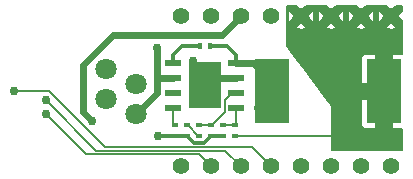
<source format=gtl>
G04 (created by PCBNEW (2013-jul-07)-stable) date Thu 09 Jan 2014 04:23:31 AM EST*
%MOIN*%
G04 Gerber Fmt 3.4, Leading zero omitted, Abs format*
%FSLAX34Y34*%
G01*
G70*
G90*
G04 APERTURE LIST*
%ADD10C,0.00590551*%
%ADD11R,0.0551X0.0236*%
%ADD12R,0.1102X0.1575*%
%ADD13R,0.0236X0.0157*%
%ADD14R,0.0157X0.0236*%
%ADD15R,0.11811X0.216535*%
%ADD16C,0.055*%
%ADD17C,0.0708661*%
%ADD18C,0.03*%
%ADD19C,0.006*%
%ADD20C,0.0240157*%
%ADD21C,0.0120079*%
%ADD22C,0.00787402*%
G04 APERTURE END LIST*
G54D10*
G54D11*
X82350Y-58550D03*
X80250Y-58550D03*
X82350Y-59050D03*
X82350Y-59550D03*
X82350Y-60050D03*
X80250Y-59050D03*
X80250Y-59550D03*
X80250Y-60050D03*
G54D12*
X81300Y-59300D03*
G54D13*
X81900Y-60623D03*
X81900Y-60977D03*
X82300Y-60977D03*
X82300Y-60623D03*
X80300Y-60623D03*
X80300Y-60977D03*
X81500Y-60623D03*
X81500Y-60977D03*
X80700Y-60623D03*
X80700Y-60977D03*
X81100Y-60623D03*
X81100Y-60977D03*
G54D14*
X81123Y-58000D03*
X81477Y-58000D03*
G54D15*
X83529Y-59500D03*
X87270Y-59500D03*
G54D16*
X80500Y-62000D03*
X81500Y-62000D03*
X82500Y-62000D03*
X83500Y-62000D03*
X84500Y-62000D03*
X85500Y-62000D03*
X86500Y-62000D03*
X87500Y-62000D03*
X87500Y-57000D03*
X86500Y-57000D03*
X85500Y-57000D03*
X84500Y-57000D03*
X83500Y-57000D03*
X82500Y-57000D03*
X81500Y-57000D03*
X80500Y-57000D03*
G54D17*
X78000Y-58750D03*
X79000Y-59250D03*
X78000Y-59750D03*
X79000Y-60250D03*
G54D18*
X86100Y-61150D03*
X85825Y-59800D03*
X86100Y-60200D03*
X86375Y-59800D03*
X86250Y-60675D03*
X85950Y-60675D03*
X77525Y-60500D03*
X79700Y-58050D03*
X79750Y-60975D03*
X80900Y-58500D03*
X83675Y-60050D03*
X83375Y-60250D03*
X83375Y-59875D03*
X83075Y-60050D03*
X76000Y-60250D03*
X74950Y-59500D03*
X76000Y-59800D03*
G54D19*
X82300Y-60977D02*
X85927Y-60977D01*
X85927Y-60977D02*
X86100Y-61150D01*
G54D20*
X81875Y-57625D02*
X82500Y-57000D01*
X78225Y-57625D02*
X81875Y-57625D01*
X77225Y-58625D02*
X78225Y-57625D01*
X77225Y-60200D02*
X77225Y-58625D01*
X77525Y-60500D02*
X77225Y-60200D01*
X79700Y-59050D02*
X79700Y-58050D01*
X79700Y-59050D02*
X80250Y-59050D01*
X79000Y-60250D02*
X79700Y-59550D01*
X79700Y-59550D02*
X79700Y-59050D01*
G54D21*
X80300Y-60977D02*
X80298Y-60975D01*
X80298Y-60975D02*
X79750Y-60975D01*
X80700Y-60977D02*
X80932Y-61209D01*
X81267Y-61209D02*
X81500Y-60977D01*
X80932Y-61209D02*
X81267Y-61209D01*
X80300Y-60977D02*
X80700Y-60977D01*
X81900Y-60977D02*
X81500Y-60977D01*
G54D20*
X82350Y-59050D02*
X81550Y-59050D01*
X81550Y-59050D02*
X81300Y-59300D01*
X81300Y-59300D02*
X80900Y-58900D01*
X80900Y-58900D02*
X80900Y-58500D01*
G54D19*
X80250Y-60050D02*
X80250Y-60573D01*
X80250Y-60573D02*
X80300Y-60623D01*
X82350Y-60050D02*
X82350Y-60573D01*
X82350Y-60573D02*
X82300Y-60623D01*
X82300Y-60623D02*
X81900Y-60623D01*
X82350Y-59550D02*
X82200Y-59550D01*
X81552Y-60623D02*
X81500Y-60623D01*
X81975Y-60200D02*
X81552Y-60623D01*
X81975Y-59775D02*
X81975Y-60200D01*
X82200Y-59550D02*
X81975Y-59775D01*
X81500Y-60623D02*
X81100Y-60623D01*
X81577Y-60623D02*
X81500Y-60623D01*
G54D21*
X81123Y-58000D02*
X80550Y-58000D01*
X80250Y-58300D02*
X80250Y-58550D01*
X80550Y-58000D02*
X80250Y-58300D01*
G54D20*
X82350Y-58550D02*
X82900Y-58550D01*
X83529Y-59179D02*
X83529Y-59500D01*
X82900Y-58550D02*
X83529Y-59179D01*
G54D21*
X81477Y-58000D02*
X82050Y-58000D01*
X82350Y-58300D02*
X82350Y-58550D01*
X82050Y-58000D02*
X82350Y-58300D01*
G54D19*
X77350Y-61600D02*
X81100Y-61600D01*
X77350Y-61600D02*
X76000Y-60250D01*
X81100Y-61600D02*
X81500Y-62000D01*
X77959Y-61359D02*
X82859Y-61359D01*
X74950Y-59500D02*
X76100Y-59500D01*
X77959Y-61359D02*
X76100Y-59500D01*
X82859Y-61359D02*
X83500Y-62000D01*
X77679Y-61479D02*
X81979Y-61479D01*
X77679Y-61479D02*
X76000Y-59800D01*
X81979Y-61479D02*
X82500Y-62000D01*
X80700Y-60623D02*
X80723Y-60623D01*
X81077Y-60977D02*
X81100Y-60977D01*
X80723Y-60623D02*
X81077Y-60977D01*
G54D10*
G36*
X87862Y-61460D02*
X87305Y-61460D01*
X87305Y-57000D01*
X87133Y-56828D01*
X87076Y-56862D01*
X87056Y-57034D01*
X87076Y-57137D01*
X87133Y-57171D01*
X87305Y-57000D01*
X87305Y-61460D01*
X87014Y-61460D01*
X87014Y-60703D01*
X87014Y-59755D01*
X87014Y-59244D01*
X87014Y-58296D01*
X86973Y-58255D01*
X86943Y-58255D01*
X86943Y-56965D01*
X86923Y-56862D01*
X86866Y-56828D01*
X86694Y-57000D01*
X86866Y-57171D01*
X86923Y-57137D01*
X86943Y-56965D01*
X86943Y-58255D01*
X86711Y-58255D01*
X86671Y-58255D01*
X86671Y-57366D01*
X86500Y-57194D01*
X86328Y-57366D01*
X86362Y-57423D01*
X86534Y-57443D01*
X86637Y-57423D01*
X86671Y-57366D01*
X86671Y-58255D01*
X86647Y-58255D01*
X86587Y-58280D01*
X86542Y-58326D01*
X86518Y-58385D01*
X86518Y-59203D01*
X86558Y-59244D01*
X87014Y-59244D01*
X87014Y-59755D01*
X86558Y-59755D01*
X86518Y-59796D01*
X86518Y-60614D01*
X86542Y-60673D01*
X86587Y-60719D01*
X86647Y-60744D01*
X86711Y-60744D01*
X86973Y-60744D01*
X87014Y-60703D01*
X87014Y-61460D01*
X86305Y-61460D01*
X86305Y-57000D01*
X86133Y-56828D01*
X86076Y-56862D01*
X86056Y-57034D01*
X86076Y-57137D01*
X86133Y-57171D01*
X86305Y-57000D01*
X86305Y-61460D01*
X85943Y-61460D01*
X85943Y-56965D01*
X85923Y-56862D01*
X85866Y-56828D01*
X85694Y-57000D01*
X85866Y-57171D01*
X85923Y-57137D01*
X85943Y-56965D01*
X85943Y-61460D01*
X85671Y-61460D01*
X85671Y-57366D01*
X85500Y-57194D01*
X85328Y-57366D01*
X85362Y-57423D01*
X85534Y-57443D01*
X85637Y-57423D01*
X85671Y-57366D01*
X85671Y-61460D01*
X85539Y-61460D01*
X85539Y-59986D01*
X85305Y-59675D01*
X85305Y-57000D01*
X85133Y-56828D01*
X85076Y-56862D01*
X85056Y-57034D01*
X85076Y-57137D01*
X85133Y-57171D01*
X85305Y-57000D01*
X85305Y-59675D01*
X84943Y-59192D01*
X84943Y-56965D01*
X84923Y-56862D01*
X84866Y-56828D01*
X84694Y-57000D01*
X84866Y-57171D01*
X84923Y-57137D01*
X84943Y-56965D01*
X84943Y-59192D01*
X84671Y-58830D01*
X84671Y-57366D01*
X84500Y-57194D01*
X84328Y-57366D01*
X84362Y-57423D01*
X84534Y-57443D01*
X84637Y-57423D01*
X84671Y-57366D01*
X84671Y-58830D01*
X84305Y-58341D01*
X84305Y-57000D01*
X84133Y-56828D01*
X84076Y-56862D01*
X84056Y-57034D01*
X84076Y-57137D01*
X84133Y-57171D01*
X84305Y-57000D01*
X84305Y-58341D01*
X84039Y-57986D01*
X84039Y-56637D01*
X84332Y-56637D01*
X84500Y-56805D01*
X84667Y-56637D01*
X85332Y-56637D01*
X85500Y-56805D01*
X85667Y-56637D01*
X86332Y-56637D01*
X86500Y-56805D01*
X86667Y-56637D01*
X87332Y-56637D01*
X87500Y-56805D01*
X87667Y-56637D01*
X87862Y-56637D01*
X87862Y-56832D01*
X87694Y-57000D01*
X87862Y-57167D01*
X87862Y-58255D01*
X87828Y-58255D01*
X87671Y-58255D01*
X87671Y-57366D01*
X87500Y-57194D01*
X87328Y-57366D01*
X87362Y-57423D01*
X87534Y-57443D01*
X87637Y-57423D01*
X87671Y-57366D01*
X87671Y-58255D01*
X87566Y-58255D01*
X87525Y-58296D01*
X87525Y-59244D01*
X87533Y-59244D01*
X87533Y-59755D01*
X87525Y-59755D01*
X87525Y-60703D01*
X87566Y-60744D01*
X87828Y-60744D01*
X87862Y-60744D01*
X87862Y-61460D01*
X87862Y-61460D01*
G37*
G54D22*
X87862Y-61460D02*
X87305Y-61460D01*
X87305Y-57000D01*
X87133Y-56828D01*
X87076Y-56862D01*
X87056Y-57034D01*
X87076Y-57137D01*
X87133Y-57171D01*
X87305Y-57000D01*
X87305Y-61460D01*
X87014Y-61460D01*
X87014Y-60703D01*
X87014Y-59755D01*
X87014Y-59244D01*
X87014Y-58296D01*
X86973Y-58255D01*
X86943Y-58255D01*
X86943Y-56965D01*
X86923Y-56862D01*
X86866Y-56828D01*
X86694Y-57000D01*
X86866Y-57171D01*
X86923Y-57137D01*
X86943Y-56965D01*
X86943Y-58255D01*
X86711Y-58255D01*
X86671Y-58255D01*
X86671Y-57366D01*
X86500Y-57194D01*
X86328Y-57366D01*
X86362Y-57423D01*
X86534Y-57443D01*
X86637Y-57423D01*
X86671Y-57366D01*
X86671Y-58255D01*
X86647Y-58255D01*
X86587Y-58280D01*
X86542Y-58326D01*
X86518Y-58385D01*
X86518Y-59203D01*
X86558Y-59244D01*
X87014Y-59244D01*
X87014Y-59755D01*
X86558Y-59755D01*
X86518Y-59796D01*
X86518Y-60614D01*
X86542Y-60673D01*
X86587Y-60719D01*
X86647Y-60744D01*
X86711Y-60744D01*
X86973Y-60744D01*
X87014Y-60703D01*
X87014Y-61460D01*
X86305Y-61460D01*
X86305Y-57000D01*
X86133Y-56828D01*
X86076Y-56862D01*
X86056Y-57034D01*
X86076Y-57137D01*
X86133Y-57171D01*
X86305Y-57000D01*
X86305Y-61460D01*
X85943Y-61460D01*
X85943Y-56965D01*
X85923Y-56862D01*
X85866Y-56828D01*
X85694Y-57000D01*
X85866Y-57171D01*
X85923Y-57137D01*
X85943Y-56965D01*
X85943Y-61460D01*
X85671Y-61460D01*
X85671Y-57366D01*
X85500Y-57194D01*
X85328Y-57366D01*
X85362Y-57423D01*
X85534Y-57443D01*
X85637Y-57423D01*
X85671Y-57366D01*
X85671Y-61460D01*
X85539Y-61460D01*
X85539Y-59986D01*
X85305Y-59675D01*
X85305Y-57000D01*
X85133Y-56828D01*
X85076Y-56862D01*
X85056Y-57034D01*
X85076Y-57137D01*
X85133Y-57171D01*
X85305Y-57000D01*
X85305Y-59675D01*
X84943Y-59192D01*
X84943Y-56965D01*
X84923Y-56862D01*
X84866Y-56828D01*
X84694Y-57000D01*
X84866Y-57171D01*
X84923Y-57137D01*
X84943Y-56965D01*
X84943Y-59192D01*
X84671Y-58830D01*
X84671Y-57366D01*
X84500Y-57194D01*
X84328Y-57366D01*
X84362Y-57423D01*
X84534Y-57443D01*
X84637Y-57423D01*
X84671Y-57366D01*
X84671Y-58830D01*
X84305Y-58341D01*
X84305Y-57000D01*
X84133Y-56828D01*
X84076Y-56862D01*
X84056Y-57034D01*
X84076Y-57137D01*
X84133Y-57171D01*
X84305Y-57000D01*
X84305Y-58341D01*
X84039Y-57986D01*
X84039Y-56637D01*
X84332Y-56637D01*
X84500Y-56805D01*
X84667Y-56637D01*
X85332Y-56637D01*
X85500Y-56805D01*
X85667Y-56637D01*
X86332Y-56637D01*
X86500Y-56805D01*
X86667Y-56637D01*
X87332Y-56637D01*
X87500Y-56805D01*
X87667Y-56637D01*
X87862Y-56637D01*
X87862Y-56832D01*
X87694Y-57000D01*
X87862Y-57167D01*
X87862Y-58255D01*
X87828Y-58255D01*
X87671Y-58255D01*
X87671Y-57366D01*
X87500Y-57194D01*
X87328Y-57366D01*
X87362Y-57423D01*
X87534Y-57443D01*
X87637Y-57423D01*
X87671Y-57366D01*
X87671Y-58255D01*
X87566Y-58255D01*
X87525Y-58296D01*
X87525Y-59244D01*
X87533Y-59244D01*
X87533Y-59755D01*
X87525Y-59755D01*
X87525Y-60703D01*
X87566Y-60744D01*
X87828Y-60744D01*
X87862Y-60744D01*
X87862Y-61460D01*
M02*

</source>
